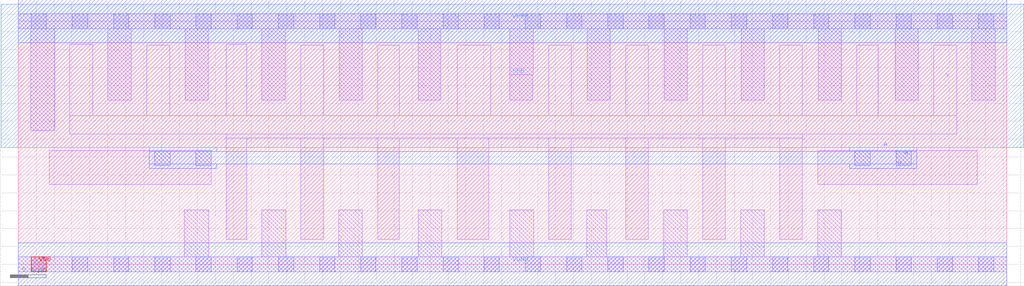
<source format=lef>
# Copyright 2020 The SkyWater PDK Authors
#
# Licensed under the Apache License, Version 2.0 (the "License");
# you may not use this file except in compliance with the License.
# You may obtain a copy of the License at
#
#     https://www.apache.org/licenses/LICENSE-2.0
#
# Unless required by applicable law or agreed to in writing, software
# distributed under the License is distributed on an "AS IS" BASIS,
# WITHOUT WARRANTIES OR CONDITIONS OF ANY KIND, either express or implied.
# See the License for the specific language governing permissions and
# limitations under the License.
#
# SPDX-License-Identifier: Apache-2.0

VERSION 5.7 ;
  NOWIREEXTENSIONATPIN ON ;
  DIVIDERCHAR "/" ;
  BUSBITCHARS "[]" ;
MACRO sky130_fd_sc_hd__clkinv_16
  CLASS CORE ;
  FOREIGN sky130_fd_sc_hd__clkinv_16 ;
  ORIGIN  0.000000  0.000000 ;
  SIZE  11.04000 BY  2.720000 ;
  SYMMETRY X Y R90 ;
  SITE unithd ;
  PIN A
    ANTENNAGATEAREA  4.608000 ;
    DIRECTION INPUT ;
    USE SIGNAL ;
    PORT
      LAYER li1 ;
        RECT 0.345000 0.895000  2.155000 1.275000 ;
        RECT 8.930000 0.895000 10.710000 1.275000 ;
      LAYER mcon ;
        RECT 1.525000 1.105000 1.695000 1.275000 ;
        RECT 1.985000 1.105000 2.155000 1.275000 ;
        RECT 9.345000 1.105000 9.515000 1.275000 ;
        RECT 9.805000 1.105000 9.975000 1.275000 ;
    END
    PORT
      LAYER met1 ;
        RECT 1.465000 1.075000  2.215000 1.120000 ;
        RECT 1.465000 1.120000 10.035000 1.260000 ;
        RECT 1.465000 1.260000  2.215000 1.305000 ;
        RECT 9.285000 1.075000 10.035000 1.120000 ;
        RECT 9.285000 1.260000 10.035000 1.305000 ;
    END
  END A
  PIN VNB
    PORT
      LAYER pwell ;
        RECT 0.145000 -0.085000 0.315000 0.085000 ;
    END
  END VNB
  PIN VPB
    PORT
      LAYER nwell ;
        RECT -0.190000 1.305000 11.230000 2.910000 ;
    END
  END VPB
  PIN Y
    ANTENNADIFFAREA  4.520900 ;
    DIRECTION OUTPUT ;
    USE SIGNAL ;
    PORT
      LAYER li1 ;
        RECT  0.575000 1.455000 10.480000 1.665000 ;
        RECT  0.575000 1.665000  0.830000 2.465000 ;
        RECT  1.435000 1.665000  1.690000 2.450000 ;
        RECT  2.325000 0.280000  2.550000 1.415000 ;
        RECT  2.325000 1.415000  8.755000 1.455000 ;
        RECT  2.325000 1.665000  2.550000 2.465000 ;
        RECT  3.155000 0.280000  3.410000 1.415000 ;
        RECT  3.155000 1.665000  3.410000 2.450000 ;
        RECT  4.015000 0.280000  4.255000 1.415000 ;
        RECT  4.015000 1.665000  4.255000 2.450000 ;
        RECT  4.905000 0.280000  5.255000 1.415000 ;
        RECT  4.905000 1.665000  5.280000 2.450000 ;
        RECT  5.925000 0.280000  6.175000 1.415000 ;
        RECT  5.925000 1.665000  6.175000 2.450000 ;
        RECT  6.785000 0.280000  7.035000 1.415000 ;
        RECT  6.785000 1.665000  7.035000 2.450000 ;
        RECT  7.645000 0.280000  7.895000 1.415000 ;
        RECT  7.645000 1.665000  7.895000 2.450000 ;
        RECT  8.505000 0.280000  8.755000 1.415000 ;
        RECT  8.505000 1.665000  8.755000 2.450000 ;
        RECT  9.365000 1.665000  9.605000 2.450000 ;
        RECT 10.225000 1.665000 10.480000 2.450000 ;
    END
  END Y
  PIN VGND
    DIRECTION INOUT ;
    SHAPE ABUTMENT ;
    USE GROUND ;
    PORT
      LAYER met1 ;
        RECT 0.000000 -0.240000 11.040000 0.240000 ;
    END
  END VGND
  PIN VPWR
    DIRECTION INOUT ;
    SHAPE ABUTMENT ;
    USE POWER ;
    PORT
      LAYER met1 ;
        RECT 0.000000 2.480000 11.040000 2.960000 ;
    END
  END VPWR
  OBS
    LAYER li1 ;
      RECT  0.000000 -0.085000 11.040000 0.085000 ;
      RECT  0.000000  2.635000 11.040000 2.805000 ;
      RECT  0.140000  1.495000  0.405000 2.635000 ;
      RECT  1.000000  1.835000  1.260000 2.635000 ;
      RECT  1.855000  0.085000  2.125000 0.610000 ;
      RECT  1.865000  1.835000  2.120000 2.635000 ;
      RECT  2.720000  0.085000  2.985000 0.610000 ;
      RECT  2.720000  1.835000  2.980000 2.635000 ;
      RECT  3.580000  0.085000  3.845000 0.610000 ;
      RECT  3.585000  1.835000  3.840000 2.635000 ;
      RECT  4.465000  0.085000  4.730000 0.610000 ;
      RECT  4.465000  1.835000  4.720000 2.635000 ;
      RECT  5.490000  0.085000  5.755000 0.610000 ;
      RECT  5.490000  1.835000  5.745000 2.120000 ;
      RECT  5.490000  2.120000  5.750000 2.635000 ;
      RECT  6.350000  0.085000  6.575000 0.610000 ;
      RECT  6.355000  1.835000  6.610000 2.635000 ;
      RECT  7.210000  0.085000  7.475000 0.610000 ;
      RECT  7.215000  1.835000  7.470000 2.635000 ;
      RECT  8.070000  0.085000  8.335000 0.610000 ;
      RECT  8.075000  1.835000  8.330000 2.635000 ;
      RECT  8.930000  0.085000  9.195000 0.610000 ;
      RECT  8.935000  1.835000  9.190000 2.635000 ;
      RECT  9.795000  1.835000 10.050000 2.635000 ;
      RECT 10.650000  1.835000 10.910000 2.635000 ;
    LAYER mcon ;
      RECT  0.145000 -0.085000  0.315000 0.085000 ;
      RECT  0.145000  2.635000  0.315000 2.805000 ;
      RECT  0.605000 -0.085000  0.775000 0.085000 ;
      RECT  0.605000  2.635000  0.775000 2.805000 ;
      RECT  1.065000 -0.085000  1.235000 0.085000 ;
      RECT  1.065000  2.635000  1.235000 2.805000 ;
      RECT  1.525000 -0.085000  1.695000 0.085000 ;
      RECT  1.525000  2.635000  1.695000 2.805000 ;
      RECT  1.985000 -0.085000  2.155000 0.085000 ;
      RECT  1.985000  2.635000  2.155000 2.805000 ;
      RECT  2.445000 -0.085000  2.615000 0.085000 ;
      RECT  2.445000  2.635000  2.615000 2.805000 ;
      RECT  2.905000 -0.085000  3.075000 0.085000 ;
      RECT  2.905000  2.635000  3.075000 2.805000 ;
      RECT  3.365000 -0.085000  3.535000 0.085000 ;
      RECT  3.365000  2.635000  3.535000 2.805000 ;
      RECT  3.825000 -0.085000  3.995000 0.085000 ;
      RECT  3.825000  2.635000  3.995000 2.805000 ;
      RECT  4.285000 -0.085000  4.455000 0.085000 ;
      RECT  4.285000  2.635000  4.455000 2.805000 ;
      RECT  4.745000 -0.085000  4.915000 0.085000 ;
      RECT  4.745000  2.635000  4.915000 2.805000 ;
      RECT  5.205000 -0.085000  5.375000 0.085000 ;
      RECT  5.205000  2.635000  5.375000 2.805000 ;
      RECT  5.665000 -0.085000  5.835000 0.085000 ;
      RECT  5.665000  2.635000  5.835000 2.805000 ;
      RECT  6.125000 -0.085000  6.295000 0.085000 ;
      RECT  6.125000  2.635000  6.295000 2.805000 ;
      RECT  6.585000 -0.085000  6.755000 0.085000 ;
      RECT  6.585000  2.635000  6.755000 2.805000 ;
      RECT  7.045000 -0.085000  7.215000 0.085000 ;
      RECT  7.045000  2.635000  7.215000 2.805000 ;
      RECT  7.505000 -0.085000  7.675000 0.085000 ;
      RECT  7.505000  2.635000  7.675000 2.805000 ;
      RECT  7.965000 -0.085000  8.135000 0.085000 ;
      RECT  7.965000  2.635000  8.135000 2.805000 ;
      RECT  8.425000 -0.085000  8.595000 0.085000 ;
      RECT  8.425000  2.635000  8.595000 2.805000 ;
      RECT  8.885000 -0.085000  9.055000 0.085000 ;
      RECT  8.885000  2.635000  9.055000 2.805000 ;
      RECT  9.345000 -0.085000  9.515000 0.085000 ;
      RECT  9.345000  2.635000  9.515000 2.805000 ;
      RECT  9.805000 -0.085000  9.975000 0.085000 ;
      RECT  9.805000  2.635000  9.975000 2.805000 ;
      RECT 10.265000 -0.085000 10.435000 0.085000 ;
      RECT 10.265000  2.635000 10.435000 2.805000 ;
      RECT 10.725000 -0.085000 10.895000 0.085000 ;
      RECT 10.725000  2.635000 10.895000 2.805000 ;
  END
END sky130_fd_sc_hd__clkinv_16
END LIBRARY

</source>
